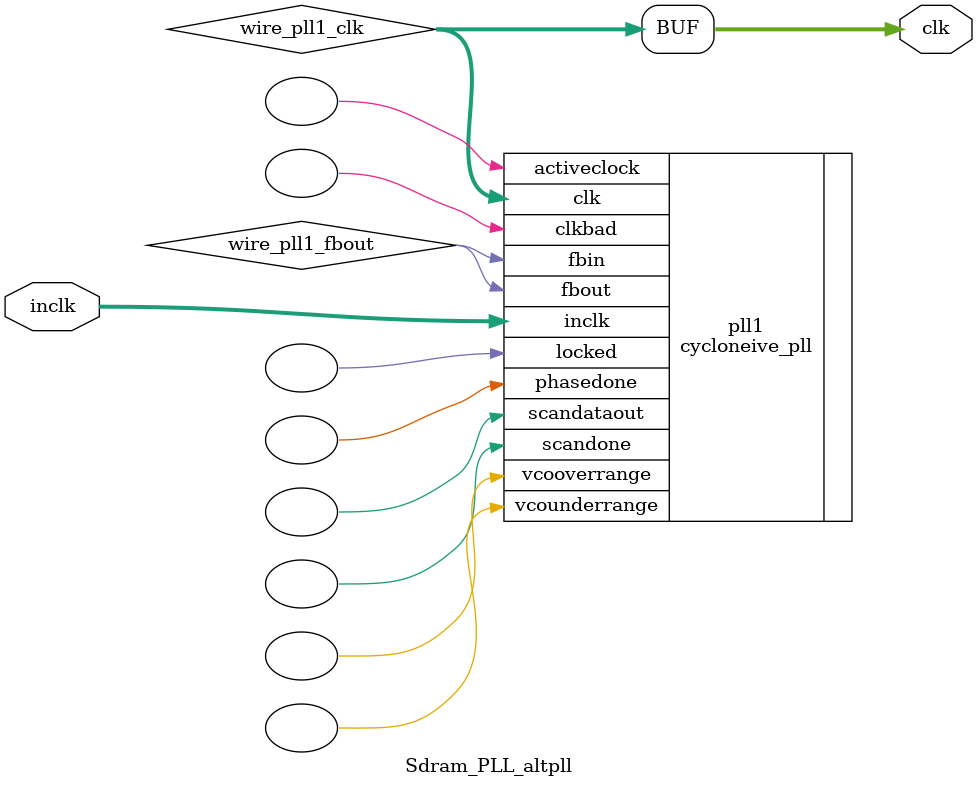
<source format=v>






//synthesis_resources = cycloneive_pll 1 
//synopsys translate_off
`timescale 1 ps / 1 ps
//synopsys translate_on
module  Sdram_PLL_altpll
	( 
	clk,
	inclk) /* synthesis synthesis_clearbox=1 */;
	output   [4:0]  clk;
	input   [1:0]  inclk;
`ifndef ALTERA_RESERVED_QIS
// synopsys translate_off
`endif
	tri0   [1:0]  inclk;
`ifndef ALTERA_RESERVED_QIS
// synopsys translate_on
`endif

	wire  [4:0]   wire_pll1_clk;
	wire  wire_pll1_fbout;

	cycloneive_pll   pll1
	( 
	.activeclock(),
	.clk(wire_pll1_clk),
	.clkbad(),
	.fbin(wire_pll1_fbout),
	.fbout(wire_pll1_fbout),
	.inclk(inclk),
	.locked(),
	.phasedone(),
	.scandataout(),
	.scandone(),
	.vcooverrange(),
	.vcounderrange()
	`ifndef FORMAL_VERIFICATION
	// synopsys translate_off
	`endif
	,
	.areset(1'b0),
	.clkswitch(1'b0),
	.configupdate(1'b0),
	.pfdena(1'b1),
	.phasecounterselect({3{1'b0}}),
	.phasestep(1'b0),
	.phaseupdown(1'b0),
	.scanclk(1'b0),
	.scanclkena(1'b1),
	.scandata(1'b0)
	`ifndef FORMAL_VERIFICATION
	// synopsys translate_on
	`endif
	);
	defparam
		pll1.bandwidth_type = "auto",
		pll1.clk0_divide_by = 27,
		pll1.clk0_duty_cycle = 50,
		pll1.clk0_multiply_by = 100,
		pll1.clk0_phase_shift = "0",
		pll1.clk1_divide_by = 27,
		pll1.clk1_duty_cycle = 50,
		pll1.clk1_multiply_by = 100,
		pll1.clk1_phase_shift = "-3000",
		pll1.compensate_clock = "clk0",
		pll1.inclk0_input_frequency = 37037,
		pll1.operation_mode = "normal",
		pll1.pll_type = "auto",
		pll1.lpm_type = "cycloneive_pll";
	assign
		clk = {wire_pll1_clk[4:0]};
endmodule //Sdram_PLL_altpll
//VALID FILE

</source>
